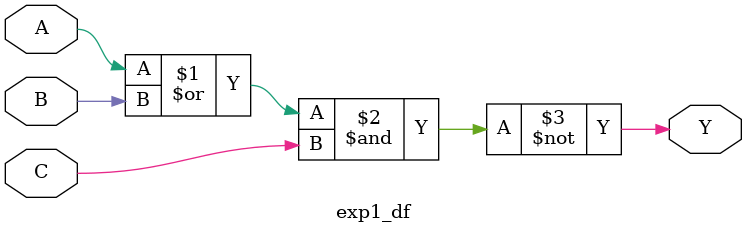
<source format=v>
`timescale 1ns / 1ps


module exp1_df(A, B, C, Y);
input A;
input B;
input C;
output Y;
assign Y = ~((A | B) & C);
endmodule

</source>
